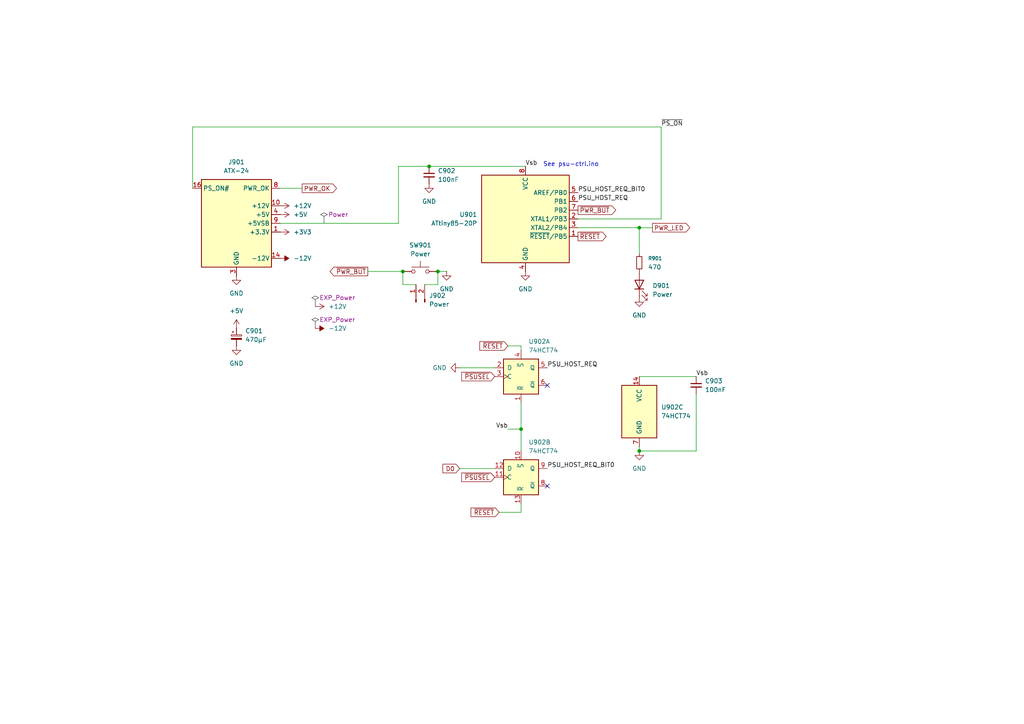
<source format=kicad_sch>
(kicad_sch (version 20250114) (generator "eeschema") (generator_version "9.0")
  (paper "A4")
  (lib_symbols
    (symbol "74xx:74HC74" (pin_names (offset 1.016))
      (property "Reference" "U" (at -7.62 8.89 0))
      (property "Value" "74HC74" (at -7.62 -8.89 0))
      (symbol "74HC74_1_0"
        (pin input line (at -7.62 2.54 0) (length 2.54) (name "D") (number "2"))
        (pin input clock (at -7.62 0 0) (length 2.54) (name "C") (number "3"))
        (pin input line (at 0 7.62 270) (length 2.54) (name "~{S}") (number "4"))
        (pin input line (at 0 -7.62 90) (length 2.54) (name "~{R}") (number "1"))
        (pin output line (at 7.62 2.54 180) (length 2.54) (name "Q") (number "5"))
        (pin output line (at 7.62 -2.54 180) (length 2.54) (name "~{Q}") (number "6"))
      )
      (symbol "74HC74_1_1"
        (rectangle (start -5.08 5.08) (end 5.08 -5.08) (stroke (width 0.254)) (fill (type background)))
      )
      (symbol "74HC74_2_0"
        (pin input line (at -7.62 2.54 0) (length 2.54) (name "D") (number "12"))
        (pin input clock (at -7.62 0 0) (length 2.54) (name "C") (number "11"))
        (pin input line (at 0 7.62 270) (length 2.54) (name "~{S}") (number "10"))
        (pin input line (at 0 -7.62 90) (length 2.54) (name "~{R}") (number "13"))
        (pin output line (at 7.62 2.54 180) (length 2.54) (name "Q") (number "9"))
        (pin output line (at 7.62 -2.54 180) (length 2.54) (name "~{Q}") (number "8"))
      )
      (symbol "74HC74_2_1"
        (rectangle (start -5.08 5.08) (end 5.08 -5.08) (stroke (width 0.254)) (fill (type background)))
      )
      (symbol "74HC74_3_0"
        (pin power_in line (at 0 10.16 270) (length 2.54) (name "VCC") (number "14"))
        (pin power_in line (at 0 -10.16 90) (length 2.54) (name "GND") (number "7"))
      )
      (symbol "74HC74_3_1"
        (rectangle (start -5.08 7.62) (end 5.08 -7.62) (stroke (width 0.254)) (fill (type background)))
      )
    )
    (symbol "Connector:ATX-24"
      (property "Reference" "J" (at -8.89 13.97 0))
      (property "Value" "ATX-24" (at 6.35 13.97 0))
      (symbol "ATX-24_0_1"
        (rectangle (start -10.16 12.7) (end 10.16 -12.7) (stroke (width 0.254)) (fill (type background)))
      )
      (symbol "ATX-24_1_1"
        (pin open_collector line (at -12.7 10.16 0) (length 2.54) (name "PS_ON#") (number "16"))
        (pin no_connect line (at -10.16 0 0) (length 2.54) (hide yes) (name "NC") (number "20"))
        (pin passive line (at 0 -15.24 90) (length 2.54) (hide yes) (name "GND") (number "15"))
        (pin passive line (at 0 -15.24 90) (length 2.54) (hide yes) (name "GND") (number "17"))
        (pin passive line (at 0 -15.24 90) (length 2.54) (hide yes) (name "GND") (number "18"))
        (pin passive line (at 0 -15.24 90) (length 2.54) (hide yes) (name "GND") (number "19"))
        (pin passive line (at 0 -15.24 90) (length 2.54) (hide yes) (name "GND") (number "24"))
        (pin power_out line (at 0 -15.24 90) (length 2.54) (name "GND") (number "3"))
        (pin passive line (at 0 -15.24 90) (length 2.54) (hide yes) (name "GND") (number "5"))
        (pin passive line (at 0 -15.24 90) (length 2.54) (hide yes) (name "GND") (number "7"))
        (pin output line (at 12.7 10.16 180) (length 2.54) (name "PWR_OK") (number "8"))
        (pin power_out line (at 12.7 5.08 180) (length 2.54) (name "+12V") (number "10"))
        (pin passive line (at 12.7 5.08 180) (length 2.54) (hide yes) (name "+12V") (number "11"))
        (pin passive line (at 12.7 2.54 180) (length 2.54) (hide yes) (name "+5V") (number "21"))
        (pin passive line (at 12.7 2.54 180) (length 2.54) (hide yes) (name "+5V") (number "22"))
        (pin passive line (at 12.7 2.54 180) (length 2.54) (hide yes) (name "+5V") (number "23"))
        (pin power_out line (at 12.7 2.54 180) (length 2.54) (name "+5V") (number "4"))
        (pin passive line (at 12.7 2.54 180) (length 2.54) (hide yes) (name "+5V") (number "6"))
        (pin power_out line (at 12.7 0 180) (length 2.54) (name "+5VSB") (number "9"))
        (pin power_out line (at 12.7 -2.54 180) (length 2.54) (name "+3.3V") (number "1"))
        (pin passive line (at 12.7 -2.54 180) (length 2.54) (hide yes) (name "+3.3V") (number "12"))
        (pin passive line (at 12.7 -2.54 180) (length 2.54) (hide yes) (name "+3.3V") (number "13"))
        (pin passive line (at 12.7 -2.54 180) (length 2.54) (hide yes) (name "+3.3V") (number "2"))
        (pin power_out line (at 12.7 -10.16 180) (length 2.54) (name "-12V") (number "14"))
      )
    )
    (symbol "Connector:Conn_01x02_Pin" (pin_names (offset 1.016) (hide yes))
      (property "Reference" "J" (at 0 2.54 0))
      (property "Value" "Conn_01x02_Pin" (at 0 -5.08 0))
      (symbol "Conn_01x02_Pin_1_1"
        (rectangle (start 0.8636 0.127) (end 0 -0.127) (stroke (width 0.1524)) (fill (type outline)))
        (rectangle (start 0.8636 -2.413) (end 0 -2.667) (stroke (width 0.1524)) (fill (type outline)))
        (polyline (pts (xy 1.27 0) (xy 0.8636 0)) (stroke (width 0.1524)))
        (polyline (pts (xy 1.27 -2.54) (xy 0.8636 -2.54)) (stroke (width 0.1524)))
        (pin passive line (at 5.08 0 180) (length 3.81) (name "Pin_1") (number "1"))
        (pin passive line (at 5.08 -2.54 180) (length 3.81) (name "Pin_2") (number "2"))
      )
    )
    (symbol "Device:C_Polarized_Small" (pin_numbers (hide yes)) (pin_names (offset 0.254) (hide yes))
      (property "Reference" "C" (at 0.254 1.778 0))
      (property "Value" "C_Polarized_Small" (at 0.254 -2.032 0))
      (symbol "C_Polarized_Small_0_1"
        (rectangle (start -1.524 0.6858) (end 1.524 0.3048))
        (rectangle (start -1.524 -0.3048) (end 1.524 -0.6858) (fill (type outline)))
        (polyline (pts (xy -1.27 1.524) (xy -0.762 1.524)))
        (polyline (pts (xy -1.016 1.27) (xy -1.016 1.778)))
      )
      (symbol "C_Polarized_Small_1_1"
        (pin passive line (at 0 2.54 270) (length 1.8542) (name "~") (number "1"))
        (pin passive line (at 0 -2.54 90) (length 1.8542) (name "~") (number "2"))
      )
    )
    (symbol "Device:C_Small" (pin_numbers (hide yes)) (pin_names (offset 0.254) (hide yes))
      (property "Reference" "C" (at 0.254 1.778 0))
      (property "Value" "C_Small" (at 0.254 -2.032 0))
      (symbol "C_Small_0_1"
        (polyline (pts (xy -1.524 0.508) (xy 1.524 0.508)) (stroke (width 0.3048)))
        (polyline (pts (xy -1.524 -0.508) (xy 1.524 -0.508)) (stroke (width 0.3302)))
      )
      (symbol "C_Small_1_1"
        (pin passive line (at 0 2.54 270) (length 2.032) (name "~") (number "1"))
        (pin passive line (at 0 -2.54 90) (length 2.032) (name "~") (number "2"))
      )
    )
    (symbol "Device:LED" (pin_numbers (hide yes)) (pin_names (offset 1.016) (hide yes))
      (property "Reference" "D" (at 0 2.54 0))
      (property "Value" "LED" (at 0 -2.54 0))
      (symbol "LED_0_1"
        (polyline (pts (xy -3.048 -0.762) (xy -4.572 -2.286) (xy -3.81 -2.286) (xy -4.572 -2.286) (xy -4.572 -1.524)))
        (polyline (pts (xy -1.778 -0.762) (xy -3.302 -2.286) (xy -2.54 -2.286) (xy -3.302 -2.286) (xy -3.302 -1.524)))
        (polyline (pts (xy -1.27 0) (xy 1.27 0)))
        (polyline (pts (xy -1.27 -1.27) (xy -1.27 1.27)) (stroke (width 0.254)))
        (polyline (pts (xy 1.27 -1.27) (xy 1.27 1.27) (xy -1.27 0) (xy 1.27 -1.27)) (stroke (width 0.254)))
      )
      (symbol "LED_1_1"
        (pin passive line (at -3.81 0 0) (length 2.54) (name "K") (number "1"))
        (pin passive line (at 3.81 0 180) (length 2.54) (name "A") (number "2"))
      )
    )
    (symbol "Device:R_Small" (pin_numbers (hide yes)) (pin_names (offset 0.254) (hide yes))
      (property "Reference" "R" (at 0 0 90))
      (property "Value" "R_Small" (at 1.778 0 90))
      (symbol "R_Small_0_1"
        (rectangle (start -0.762 1.778) (end 0.762 -1.778) (stroke (width 0.2032)))
      )
      (symbol "R_Small_1_1"
        (pin passive line (at 0 2.54 270) (length 0.762) (name "~") (number "1"))
        (pin passive line (at 0 -2.54 90) (length 0.762) (name "~") (number "2"))
      )
    )
    (symbol "MCU_Microchip_ATtiny:ATtiny85-20P"
      (property "Reference" "U" (at -12.7 13.97 0))
      (property "Value" "ATtiny85-20P" (at 2.54 -13.97 0))
      (symbol "ATtiny85-20P_0_1"
        (rectangle (start -12.7 -12.7) (end 12.7 12.7) (stroke (width 0.254)) (fill (type background)))
      )
      (symbol "ATtiny85-20P_1_1"
        (pin power_in line (at 0 15.24 270) (length 2.54) (name "VCC") (number "8"))
        (pin power_in line (at 0 -15.24 90) (length 2.54) (name "GND") (number "4"))
        (pin bidirectional line (at 15.24 7.62 180) (length 2.54) (name "AREF/PB0") (number "5"))
        (pin bidirectional line (at 15.24 5.08 180) (length 2.54) (name "PB1") (number "6"))
        (pin bidirectional line (at 15.24 2.54 180) (length 2.54) (name "PB2") (number "7"))
        (pin bidirectional line (at 15.24 0 180) (length 2.54) (name "XTAL1/PB3") (number "2"))
        (pin bidirectional line (at 15.24 -2.54 180) (length 2.54) (name "XTAL2/PB4") (number "3"))
        (pin bidirectional line (at 15.24 -5.08 180) (length 2.54) (name "~{RESET}/PB5") (number "1"))
      )
    )
    (symbol "Switch:SW_Push" (pin_numbers (hide yes)) (pin_names (offset 1.016) (hide yes))
      (property "Reference" "SW" (at 1.27 2.54 0))
      (property "Value" "SW_Push" (at 0 -1.524 0))
      (symbol "SW_Push_0_1"
        (circle (center -2.032 0) (radius 0.508))
        (polyline (pts (xy 0 1.27) (xy 0 3.048)))
        (circle (center 2.032 0) (radius 0.508))
        (polyline (pts (xy 2.54 1.27) (xy -2.54 1.27)))
        (pin passive line (at -5.08 0 0) (length 2.54) (name "1") (number "1"))
        (pin passive line (at 5.08 0 180) (length 2.54) (name "2") (number "2"))
      )
    )
    (symbol "power:+12V" (power) (pin_numbers (hide yes)) (pin_names (offset 0) (hide yes))
      (property "Value" "+12V" (at 0 3.556 0))
      (symbol "+12V_0_1"
        (polyline (pts (xy -0.762 1.27) (xy 0 2.54)))
        (polyline (pts (xy 0 2.54) (xy 0.762 1.27)))
        (polyline (pts (xy 0 0) (xy 0 2.54)))
      )
      (symbol "+12V_1_1"
        (pin power_in line (at 0 0 90) (length 0) (name "~") (number "1"))
      )
    )
    (symbol "power:+3V3" (power) (pin_numbers (hide yes)) (pin_names (offset 0) (hide yes))
      (property "Value" "+3V3" (at 0 3.556 0))
      (symbol "+3V3_0_1"
        (polyline (pts (xy -0.762 1.27) (xy 0 2.54)))
        (polyline (pts (xy 0 2.54) (xy 0.762 1.27)))
        (polyline (pts (xy 0 0) (xy 0 2.54)))
      )
      (symbol "+3V3_1_1"
        (pin power_in line (at 0 0 90) (length 0) (name "~") (number "1"))
      )
    )
    (symbol "power:+5V" (power) (pin_numbers (hide yes)) (pin_names (offset 0) (hide yes))
      (property "Value" "+5V" (at 0 3.556 0))
      (symbol "+5V_0_1"
        (polyline (pts (xy -0.762 1.27) (xy 0 2.54)))
        (polyline (pts (xy 0 2.54) (xy 0.762 1.27)))
        (polyline (pts (xy 0 0) (xy 0 2.54)))
      )
      (symbol "+5V_1_1"
        (pin power_in line (at 0 0 90) (length 0) (name "~") (number "1"))
      )
    )
    (symbol "power:-12V" (power) (pin_numbers (hide yes)) (pin_names (offset 0) (hide yes))
      (property "Value" "-12V" (at 0 3.556 0))
      (symbol "-12V_0_0"
        (pin power_in line (at 0 0 90) (length 0) (name "~") (number "1"))
      )
      (symbol "-12V_0_1"
        (polyline (pts (xy 0 0) (xy 0 1.27) (xy 0.762 1.27) (xy 0 2.54) (xy -0.762 1.27) (xy 0 1.27)) (fill (type outline)))
      )
    )
    (symbol "power:GND" (power) (pin_numbers (hide yes)) (pin_names (offset 0) (hide yes))
      (property "Value" "GND" (at 0 -3.81 0))
      (symbol "GND_0_1"
        (polyline (pts (xy 0 0) (xy 0 -1.27) (xy 1.27 -1.27) (xy 0 -2.54) (xy -1.27 -1.27) (xy 0 -1.27)))
      )
      (symbol "GND_1_1"
        (pin power_in line (at 0 0 270) (length 0) (name "~") (number "1"))
      )
    )
  )
  (text "See psu-ctrl.ino" (at 165.608 47.752 0) (effects (font (size 1.27 1.27))))
  (junction (at 116.84 78.74))
  (junction (at 124.46 48.26))
  (junction (at 185.42 66.04))
  (junction (at 127 78.74))
  (junction (at 151.13 124.46))
  (junction (at 185.42 130.81))
  (no_connect (at 158.75 111.76))
  (no_connect (at 158.75 140.97))
  (wire (pts (xy 147.32 100.33) (xy 151.13 100.33)))
  (wire (pts (xy 116.84 78.74) (xy 116.84 82.55)))
  (wire (pts (xy 144.78 148.59) (xy 151.13 148.59)))
  (wire (pts (xy 129.54 78.74) (xy 127 78.74)))
  (wire (pts (xy 127 78.74) (xy 127 82.55)))
  (wire (pts (xy 191.77 36.83) (xy 55.88 36.83)))
  (wire (pts (xy 55.88 36.83) (xy 55.88 54.61)))
  (wire (pts (xy 185.42 130.81) (xy 185.42 129.54)))
  (wire (pts (xy 115.57 64.77) (xy 115.57 48.26)))
  (wire (pts (xy 151.13 124.46) (xy 151.13 130.81)))
  (wire (pts (xy 201.93 130.81) (xy 185.42 130.81)))
  (wire (pts (xy 151.13 116.84) (xy 151.13 124.46)))
  (wire (pts (xy 185.42 66.04) (xy 189.23 66.04)))
  (wire (pts (xy 185.42 109.22) (xy 201.93 109.22)))
  (wire (pts (xy 124.46 48.26) (xy 152.4 48.26)))
  (wire (pts (xy 167.64 66.04) (xy 185.42 66.04)))
  (wire (pts (xy 81.28 64.77) (xy 115.57 64.77)))
  (wire (pts (xy 133.35 106.68) (xy 143.51 106.68)))
  (wire (pts (xy 191.77 63.5) (xy 191.77 36.83)))
  (wire (pts (xy 167.64 63.5) (xy 191.77 63.5)))
  (wire (pts (xy 147.32 124.46) (xy 151.13 124.46)))
  (wire (pts (xy 185.42 66.04) (xy 185.42 73.66)))
  (wire (pts (xy 201.93 114.3) (xy 201.93 130.81)))
  (wire (pts (xy 81.28 54.61) (xy 87.63 54.61)))
  (wire (pts (xy 116.84 82.55) (xy 120.65 82.55)))
  (wire (pts (xy 115.57 48.26) (xy 124.46 48.26)))
  (wire (pts (xy 133.35 135.89) (xy 143.51 135.89)))
  (wire (pts (xy 151.13 100.33) (xy 151.13 101.6)))
  (wire (pts (xy 127 82.55) (xy 123.19 82.55)))
  (wire (pts (xy 106.68 78.74) (xy 116.84 78.74)))
  (wire (pts (xy 151.13 148.59) (xy 151.13 146.05)))
  (label "PSU_HOST_REQ_BIT0" (at 158.75 135.89 0))
  (label "PSU_HOST_REQ" (at 158.75 106.68 0))
  (label "~{PS_ON}" (at 191.77 36.83 0))
  (label "PSU_HOST_REQ" (at 167.64 58.42 0))
  (label "Vsb" (at 152.4 48.26 0))
  (label "Vsb" (at 147.32 124.46 180))
  (label "Vsb" (at 201.93 109.22 0))
  (label "PSU_HOST_REQ_BIT0" (at 167.64 55.88 0))
  (global_label "~{PWR_BUT}" (shape output) (at 106.68 78.74 180) (property "Intersheetrefs" "${INTERSHEET_REFS}" (effects (hide yes))))
  (global_label "~{RESET}" (shape input) (at 144.78 148.59 180) (property "Intersheetrefs" "${INTERSHEET_REFS}" (effects (hide yes))))
  (global_label "~{PWR_BUT}" (shape output) (at 167.64 60.96 0) (property "Intersheetrefs" "${INTERSHEET_REFS}" (effects (hide yes))))
  (global_label "PWR_LED" (shape output) (at 189.23 66.04 0) (property "Intersheetrefs" "${INTERSHEET_REFS}" (effects (hide yes))))
  (global_label "D0" (shape input) (at 133.35 135.89 180) (property "Intersheetrefs" "${INTERSHEET_REFS}" (effects (hide yes))))
  (global_label "~{RESET}" (shape input) (at 147.32 100.33 180) (property "Intersheetrefs" "${INTERSHEET_REFS}" (effects (hide yes))))
  (global_label "PWR_OK" (shape output) (at 87.63 54.61 0) (property "Intersheetrefs" "${INTERSHEET_REFS}" (effects (hide yes))))
  (global_label "~{PSUSEL}" (shape input) (at 143.51 138.43 180) (property "Intersheetrefs" "${INTERSHEET_REFS}" (effects (hide yes))))
  (global_label "~{PSUSEL}" (shape input) (at 143.51 109.22 180) (property "Intersheetrefs" "${INTERSHEET_REFS}" (effects (hide yes))))
  (global_label "~{RESET}" (shape output) (at 167.64 68.58 0) (property "Intersheetrefs" "${INTERSHEET_REFS}" (effects (hide yes))))
  (netclass_flag "" (length 2.54) (shape diamond) (at 91.44 95.25 0) (property "Netclass" "EXP_Power" (at 92.6465 92.71 0) (effects (justify left))))
  (netclass_flag "" (length 2.54) (shape diamond) (at 91.44 88.9 0) (property "Netclass" "EXP_Power" (at 92.6465 86.36 0) (effects (justify left))))
  (netclass_flag "" (length 2.54) (shape diamond) (at 93.98 64.77 0) (property "Netclass" "Power" (at 95.1865 62.23 0) (effects (justify left))))
  (symbol (lib_id "power:+5V") (at 68.58 95.25 0) (unit 1)
    (property "Reference" "#PWR0906" (effects (hide yes)))
    (property "Value" "+5V" (at 68.58 90.17 0))
    (property "Description" "Power symbol creates a global label with name \"+5V\"" (effects (hide yes)))
  )
  (symbol (lib_id "Device:R_Small") (at 185.42 76.2 0) (unit 1)
    (property "Reference" "R901" (at 187.96 74.9299 0) (effects (font (size 1.016 1.016)) (justify left)))
    (property "Value" "470" (at 187.96 77.4699 0) (effects (justify left)))
    (property "Footprint" "Resistor_SMD:R_0805_2012Metric" (effects (hide yes)))
    (property "Description" "Resistor, small symbol" (effects (hide yes)))
  )
  (symbol (lib_id "74xx:74HC74") (at 185.42 119.38 0) (unit 3)
    (property "Reference" "U902" (at 191.77 118.1099 0) (effects (justify left)))
    (property "Value" "74HCT74" (at 191.77 120.6499 0) (effects (justify left)))
    (property "Footprint" "Package_SO:SOIC-14_3.9x8.7mm_P1.27mm" (effects (hide yes)))
    (property "Datasheet" "74xx/74hc_hct74.pdf" (effects (hide yes)))
    (property "Description" "Dual D Flip-flop, Set & Reset" (effects (hide yes)))
    (property "Part" "MM74HCT74MX" (effects (hide yes)))
  )
  (symbol (lib_id "power:GND") (at 185.42 130.81 0) (unit 1)
    (property "Reference" "#PWR0917" (effects (hide yes)))
    (property "Value" "GND" (at 185.42 135.89 0))
    (property "Description" "Power symbol creates a global label with name \"GND\" , ground" (effects (hide yes)))
  )
  (symbol (lib_id "Device:LED") (at 185.42 82.55 90) (unit 1)
    (property "Reference" "D901" (at 189.23 82.8674 90) (effects (justify right)))
    (property "Value" "Power" (at 189.23 85.4074 90) (effects (justify right)))
    (property "Footprint" "LED_THT:LED_D3.0mm" (effects (hide yes)))
    (property "Description" "Light emitting diode" (effects (hide yes)))
    (property "Sim.Pins" "1=K 2=A" (effects (hide yes)))
  )
  (symbol (lib_id "power:+12V") (at 91.44 88.9 270) (unit 1)
    (property "Reference" "#PWR0908" (effects (hide yes)))
    (property "Value" "+12V" (at 95.25 88.8999 90) (effects (justify left)))
    (property "Description" "Power symbol creates a global label with name \"+12V\"" (effects (hide yes)))
  )
  (symbol (lib_id "power:+3V3") (at 81.28 67.31 270) (unit 1)
    (property "Reference" "#PWR0904" (effects (hide yes)))
    (property "Value" "+3V3" (at 85.09 67.3099 90) (effects (justify left)))
    (property "Description" "Power symbol creates a global label with name \"+3V3\"" (effects (hide yes)))
  )
  (symbol (lib_id "power:+5V") (at 81.28 62.23 270) (unit 1)
    (property "Reference" "#PWR0905" (effects (hide yes)))
    (property "Value" "+5V" (at 85.09 62.2299 90) (effects (justify left)))
    (property "Description" "Power symbol creates a global label with name \"+5V\"" (effects (hide yes)))
  )
  (symbol (lib_id "power:+12V") (at 81.28 59.69 270) (unit 1)
    (property "Reference" "#PWR0902" (effects (hide yes)))
    (property "Value" "+12V" (at 85.09 59.6899 90) (effects (justify left)))
    (property "Description" "Power symbol creates a global label with name \"+12V\"" (effects (hide yes)))
  )
  (symbol (lib_id "power:-12V") (at 91.44 95.25 270) (unit 1)
    (property "Reference" "#PWR0909" (effects (hide yes)))
    (property "Value" "-12V" (at 95.25 95.2499 90) (effects (justify left)))
    (property "Description" "Power symbol creates a global label with name \"-12V\"" (effects (hide yes)))
  )
  (symbol (lib_id "power:GND") (at 68.58 100.33 0) (unit 1)
    (property "Reference" "#PWR0907" (effects (hide yes)))
    (property "Value" "GND" (at 68.58 105.41 0))
    (property "Description" "Power symbol creates a global label with name \"GND\" , ground" (effects (hide yes)))
  )
  (symbol (lib_id "Switch:SW_Push") (at 121.92 78.74 0) (unit 1)
    (property "Reference" "SW901" (at 121.92 71.12 0))
    (property "Value" "Power" (at 121.92 73.66 0))
    (property "Footprint" "Button_Switch_THT:SW_PUSH_6mm" (effects (hide yes)))
    (property "Description" "Push button switch, generic, two pins" (effects (hide yes)))
  )
  (symbol (lib_id "Device:C_Polarized_Small") (at 68.58 97.79 0) (unit 1)
    (property "Reference" "C901" (at 71.12 95.9738 0) (effects (justify left)))
    (property "Value" "470µF" (at 71.12 98.5138 0) (effects (justify left)))
    (property "Footprint" "Capacitor_THT:CP_Radial_D10.0mm_P5.00mm" (effects (hide yes)))
    (property "Description" "Polarized capacitor, small symbol" (effects (hide yes)))
    (property "Part" "ESL477M025AH9AA" (effects (hide yes)))
  )
  (symbol (lib_id "74xx:74HC74") (at 151.13 109.22 0) (unit 1)
    (property "Reference" "U902" (at 153.2733 99.06 0) (effects (justify left)))
    (property "Value" "74HCT74" (at 153.2733 101.6 0) (effects (justify left)))
    (property "Footprint" "Package_SO:SOIC-14_3.9x8.7mm_P1.27mm" (effects (hide yes)))
    (property "Datasheet" "74xx/74hc_hct74.pdf" (effects (hide yes)))
    (property "Description" "Dual D Flip-flop, Set & Reset" (effects (hide yes)))
    (property "Part" "MM74HCT74MX" (effects (hide yes)))
  )
  (symbol (lib_id "74xx:74HC74") (at 151.13 138.43 0) (unit 2)
    (property "Reference" "U902" (at 153.2733 128.27 0) (effects (justify left)))
    (property "Value" "74HCT74" (at 153.2733 130.81 0) (effects (justify left)))
    (property "Footprint" "Package_SO:SOIC-14_3.9x8.7mm_P1.27mm" (effects (hide yes)))
    (property "Datasheet" "74xx/74hc_hct74.pdf" (effects (hide yes)))
    (property "Description" "Dual D Flip-flop, Set & Reset" (effects (hide yes)))
    (property "Part" "MM74HCT74MX" (effects (hide yes)))
  )
  (symbol (lib_id "power:GND") (at 133.35 106.68 270) (unit 1)
    (property "Reference" "#PWR0914" (effects (hide yes)))
    (property "Value" "GND" (at 129.54 106.6799 90) (effects (justify right)))
    (property "Description" "Power symbol creates a global label with name \"GND\" , ground" (effects (hide yes)))
  )
  (symbol (lib_id "Device:C_Small") (at 201.93 111.76 0) (unit 1)
    (property "Reference" "C903" (at 204.47 110.4962 0) (effects (justify left)))
    (property "Value" "100nF" (at 204.47 113.0362 0) (effects (justify left)))
    (property "Footprint" "Capacitor_SMD:C_0805_2012Metric" (effects (hide yes)))
    (property "Description" "Unpolarized capacitor, small symbol" (effects (hide yes)))
  )
  (symbol (lib_id "power:GND") (at 68.58 80.01 0) (unit 1)
    (property "Reference" "#PWR0901" (effects (hide yes)))
    (property "Value" "GND" (at 68.58 85.09 0))
    (property "Description" "Power symbol creates a global label with name \"GND\" , ground" (effects (hide yes)))
  )
  (symbol (lib_id "Device:C_Small") (at 124.46 50.8 0) (unit 1)
    (property "Reference" "C902" (at 127 49.5362 0) (effects (justify left)))
    (property "Value" "100nF" (at 127 52.0762 0) (effects (justify left)))
    (property "Footprint" "Capacitor_SMD:C_0805_2012Metric" (effects (hide yes)))
    (property "Description" "Unpolarized capacitor, small symbol" (effects (hide yes)))
  )
  (symbol (lib_id "Connector:ATX-24") (at 68.58 64.77 0) (unit 1)
    (property "Reference" "J901" (at 68.58 46.99 0))
    (property "Value" "ATX-24" (at 68.58 49.53 0))
    (property "Footprint" "Connector_Molex:Molex_Mini-Fit_Jr_5569-24A1_2x12_P4.20mm_Horizontal" (effects (hide yes)))
    (property "Datasheet" "https://www.intel.com/content/dam/www/public/us/en/documents/guides/power-supply-design-guide-june.pdf#page=33" (effects (hide yes)))
    (property "Description" "ATX Power supply 24pins" (effects (hide yes)))
    (property "Part" "39-29-1248" (effects (hide yes)))
  )
  (symbol (lib_id "power:GND") (at 152.4 78.74 0) (unit 1)
    (property "Reference" "#PWR0911" (effects (hide yes)))
    (property "Value" "GND" (at 152.4 83.82 0))
    (property "Description" "Power symbol creates a global label with name \"GND\" , ground" (effects (hide yes)))
  )
  (symbol (lib_id "Connector:Conn_01x02_Pin") (at 120.65 87.63 90) (unit 1)
    (property "Reference" "J902" (at 124.46 85.7249 90) (effects (justify right)))
    (property "Value" "Power" (at 124.46 88.2649 90) (effects (justify right)))
    (property "Footprint" "Connector_PinHeader_2.54mm:PinHeader_1x02_P2.54mm_Vertical" (effects (hide yes)))
    (property "Description" "Generic connector, single row, 01x02, script generated" (effects (hide yes)))
  )
  (symbol (lib_id "MCU_Microchip_ATtiny:ATtiny85-20P") (at 152.4 63.5 0) (unit 1)
    (property "Reference" "U901" (at 138.43 62.2299 0) (effects (justify right)))
    (property "Value" "ATtiny85-20P" (at 138.43 64.7699 0) (effects (justify right)))
    (property "Footprint" "Package_DIP:DIP-8_W7.62mm_Socket" (effects (hide yes)))
    (property "Datasheet" "http://ww1.microchip.com/downloads/en/DeviceDoc/atmel-2586-avr-8-bit-microcontroller-attiny25-attiny45-attiny85_datasheet.pdf" (effects (hide yes)))
    (property "Description" "20MHz, 8kB Flash, 512B SRAM, 512B EEPROM, debugWIRE, DIP-8" (effects (hide yes)))
  )
  (symbol (lib_id "power:GND") (at 185.42 86.36 0) (unit 1)
    (property "Reference" "#PWR0912" (effects (hide yes)))
    (property "Value" "GND" (at 185.42 91.44 0))
    (property "Description" "Power symbol creates a global label with name \"GND\" , ground" (effects (hide yes)))
  )
  (symbol (lib_id "power:-12V") (at 81.28 74.93 270) (unit 1)
    (property "Reference" "#PWR0903" (effects (hide yes)))
    (property "Value" "-12V" (at 85.09 74.9299 90) (effects (justify left)))
    (property "Description" "Power symbol creates a global label with name \"-12V\"" (effects (hide yes)))
  )
  (symbol (lib_id "power:GND") (at 129.54 78.74 0) (unit 1)
    (property "Reference" "#PWR0913" (effects (hide yes)))
    (property "Value" "GND" (at 129.54 83.82 0))
    (property "Description" "Power symbol creates a global label with name \"GND\" , ground" (effects (hide yes)))
  )
  (symbol (lib_id "power:GND") (at 124.46 53.34 0) (unit 1)
    (property "Reference" "#PWR0910" (effects (hide yes)))
    (property "Value" "GND" (at 124.46 58.42 0))
    (property "Description" "Power symbol creates a global label with name \"GND\" , ground" (effects (hide yes)))
  )
)
</source>
